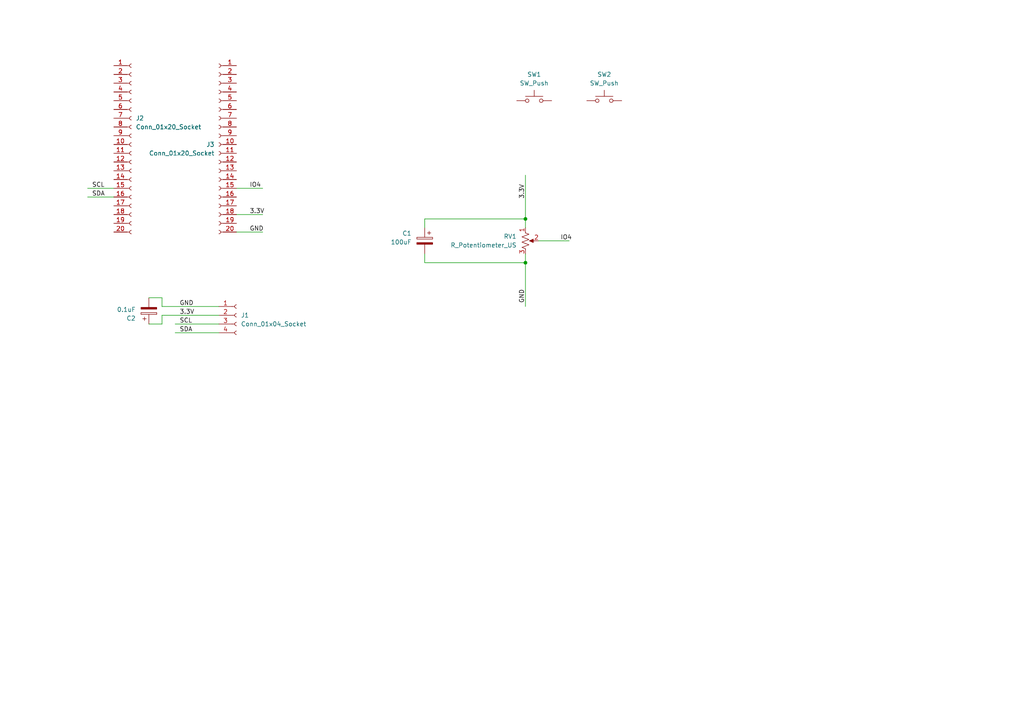
<source format=kicad_sch>
(kicad_sch (version 20231120) (generator "eeschema") (generator_version "8.0")
  (paper "A4")
  (title_block (title "Digital Clock") (date "2026-01-26"))
  (lib_symbols
    (symbol "Connector:Conn_01x04_Socket" (pin_names (offset 1.016) hide)
      (property "Reference" "J" (at 0 5.08 0))
      (property "Value" "Conn_01x04_Socket" (at 0 -7.62 0))
      (symbol "Conn_01x04_Socket_1_1"
        (arc (start 0 -4.572) (mid -0.5058 -5.08) (end 0 -5.588) (stroke (width 0.1524)))
        (arc (start 0 -2.032) (mid -0.5058 -2.54) (end 0 -3.048) (stroke (width 0.1524)))
        (polyline (pts (xy -1.27 -5.08) (xy -0.508 -5.08)) (stroke (width 0.1524)))
        (polyline (pts (xy -1.27 -2.54) (xy -0.508 -2.54)) (stroke (width 0.1524)))
        (polyline (pts (xy -1.27 0) (xy -0.508 0)) (stroke (width 0.1524)))
        (polyline (pts (xy -1.27 2.54) (xy -0.508 2.54)) (stroke (width 0.1524)))
        (arc (start 0 0.508) (mid -0.5058 0) (end 0 -0.508) (stroke (width 0.1524)))
        (arc (start 0 3.048) (mid -0.5058 2.54) (end 0 2.032) (stroke (width 0.1524)))
        (pin passive line (at -5.08 2.54 0) (length 3.81) (name "Pin_1") (number "1"))
        (pin passive line (at -5.08 0 0) (length 3.81) (name "Pin_2") (number "2"))
        (pin passive line (at -5.08 -2.54 0) (length 3.81) (name "Pin_3") (number "3"))
        (pin passive line (at -5.08 -5.08 0) (length 3.81) (name "Pin_4") (number "4"))
      )
    )
    (symbol "Connector:Conn_01x20_Socket" (pin_names (offset 1.016) hide)
      (property "Reference" "J" (at 0 25.4 0))
      (property "Value" "Conn_01x20_Socket" (at 0 -27.94 0))
      (symbol "Conn_01x20_Socket_1_1"
        (arc (start 0 -24.892) (mid -0.5058 -25.4) (end 0 -25.908) (stroke (width 0.1524)))
        (arc (start 0 -22.352) (mid -0.5058 -22.86) (end 0 -23.368) (stroke (width 0.1524)))
        (arc (start 0 -19.812) (mid -0.5058 -20.32) (end 0 -20.828) (stroke (width 0.1524)))
        (arc (start 0 -17.272) (mid -0.5058 -17.78) (end 0 -18.288) (stroke (width 0.1524)))
        (arc (start 0 -14.732) (mid -0.5058 -15.24) (end 0 -15.748) (stroke (width 0.1524)))
        (arc (start 0 -12.192) (mid -0.5058 -12.7) (end 0 -13.208) (stroke (width 0.1524)))
        (arc (start 0 -9.652) (mid -0.5058 -10.16) (end 0 -10.668) (stroke (width 0.1524)))
        (arc (start 0 -7.112) (mid -0.5058 -7.62) (end 0 -8.128) (stroke (width 0.1524)))
        (arc (start 0 -4.572) (mid -0.5058 -5.08) (end 0 -5.588) (stroke (width 0.1524)))
        (arc (start 0 -2.032) (mid -0.5058 -2.54) (end 0 -3.048) (stroke (width 0.1524)))
        (polyline (pts (xy -1.27 -25.4) (xy -0.508 -25.4)) (stroke (width 0.1524)))
        (polyline (pts (xy -1.27 -22.86) (xy -0.508 -22.86)) (stroke (width 0.1524)))
        (polyline (pts (xy -1.27 -20.32) (xy -0.508 -20.32)) (stroke (width 0.1524)))
        (polyline (pts (xy -1.27 -17.78) (xy -0.508 -17.78)) (stroke (width 0.1524)))
        (polyline (pts (xy -1.27 -15.24) (xy -0.508 -15.24)) (stroke (width 0.1524)))
        (polyline (pts (xy -1.27 -12.7) (xy -0.508 -12.7)) (stroke (width 0.1524)))
        (polyline (pts (xy -1.27 -10.16) (xy -0.508 -10.16)) (stroke (width 0.1524)))
        (polyline (pts (xy -1.27 -7.62) (xy -0.508 -7.62)) (stroke (width 0.1524)))
        (polyline (pts (xy -1.27 -5.08) (xy -0.508 -5.08)) (stroke (width 0.1524)))
        (polyline (pts (xy -1.27 -2.54) (xy -0.508 -2.54)) (stroke (width 0.1524)))
        (polyline (pts (xy -1.27 0) (xy -0.508 0)) (stroke (width 0.1524)))
        (polyline (pts (xy -1.27 2.54) (xy -0.508 2.54)) (stroke (width 0.1524)))
        (polyline (pts (xy -1.27 5.08) (xy -0.508 5.08)) (stroke (width 0.1524)))
        (polyline (pts (xy -1.27 7.62) (xy -0.508 7.62)) (stroke (width 0.1524)))
        (polyline (pts (xy -1.27 10.16) (xy -0.508 10.16)) (stroke (width 0.1524)))
        (polyline (pts (xy -1.27 12.7) (xy -0.508 12.7)) (stroke (width 0.1524)))
        (polyline (pts (xy -1.27 15.24) (xy -0.508 15.24)) (stroke (width 0.1524)))
        (polyline (pts (xy -1.27 17.78) (xy -0.508 17.78)) (stroke (width 0.1524)))
        (polyline (pts (xy -1.27 20.32) (xy -0.508 20.32)) (stroke (width 0.1524)))
        (polyline (pts (xy -1.27 22.86) (xy -0.508 22.86)) (stroke (width 0.1524)))
        (arc (start 0 0.508) (mid -0.5058 0) (end 0 -0.508) (stroke (width 0.1524)))
        (arc (start 0 3.048) (mid -0.5058 2.54) (end 0 2.032) (stroke (width 0.1524)))
        (arc (start 0 5.588) (mid -0.5058 5.08) (end 0 4.572) (stroke (width 0.1524)))
        (arc (start 0 8.128) (mid -0.5058 7.62) (end 0 7.112) (stroke (width 0.1524)))
        (arc (start 0 10.668) (mid -0.5058 10.16) (end 0 9.652) (stroke (width 0.1524)))
        (arc (start 0 13.208) (mid -0.5058 12.7) (end 0 12.192) (stroke (width 0.1524)))
        (arc (start 0 15.748) (mid -0.5058 15.24) (end 0 14.732) (stroke (width 0.1524)))
        (arc (start 0 18.288) (mid -0.5058 17.78) (end 0 17.272) (stroke (width 0.1524)))
        (arc (start 0 20.828) (mid -0.5058 20.32) (end 0 19.812) (stroke (width 0.1524)))
        (arc (start 0 23.368) (mid -0.5058 22.86) (end 0 22.352) (stroke (width 0.1524)))
        (pin passive line (at -5.08 22.86 0) (length 3.81) (name "Pin_1") (number "1"))
        (pin passive line (at -5.08 0 0) (length 3.81) (name "Pin_10") (number "10"))
        (pin passive line (at -5.08 -2.54 0) (length 3.81) (name "Pin_11") (number "11"))
        (pin passive line (at -5.08 -5.08 0) (length 3.81) (name "Pin_12") (number "12"))
        (pin passive line (at -5.08 -7.62 0) (length 3.81) (name "Pin_13") (number "13"))
        (pin passive line (at -5.08 -10.16 0) (length 3.81) (name "Pin_14") (number "14"))
        (pin passive line (at -5.08 -12.7 0) (length 3.81) (name "Pin_15") (number "15"))
        (pin passive line (at -5.08 -15.24 0) (length 3.81) (name "Pin_16") (number "16"))
        (pin passive line (at -5.08 -17.78 0) (length 3.81) (name "Pin_17") (number "17"))
        (pin passive line (at -5.08 -20.32 0) (length 3.81) (name "Pin_18") (number "18"))
        (pin passive line (at -5.08 -22.86 0) (length 3.81) (name "Pin_19") (number "19"))
        (pin passive line (at -5.08 20.32 0) (length 3.81) (name "Pin_2") (number "2"))
        (pin passive line (at -5.08 -25.4 0) (length 3.81) (name "Pin_20") (number "20"))
        (pin passive line (at -5.08 17.78 0) (length 3.81) (name "Pin_3") (number "3"))
        (pin passive line (at -5.08 15.24 0) (length 3.81) (name "Pin_4") (number "4"))
        (pin passive line (at -5.08 12.7 0) (length 3.81) (name "Pin_5") (number "5"))
        (pin passive line (at -5.08 10.16 0) (length 3.81) (name "Pin_6") (number "6"))
        (pin passive line (at -5.08 7.62 0) (length 3.81) (name "Pin_7") (number "7"))
        (pin passive line (at -5.08 5.08 0) (length 3.81) (name "Pin_8") (number "8"))
        (pin passive line (at -5.08 2.54 0) (length 3.81) (name "Pin_9") (number "9"))
      )
    )
    (symbol "Device:C_Polarized" (pin_numbers hide) (pin_names (offset 0.254))
      (property "Reference" "C" (at 0.635 2.54 0))
      (property "Value" "C_Polarized" (at 0.635 -2.54 0))
      (symbol "C_Polarized_0_1"
        (rectangle (start -2.286 0.508) (end 2.286 1.016))
        (polyline (pts (xy -1.778 2.286) (xy -0.762 2.286)))
        (polyline (pts (xy -1.27 2.794) (xy -1.27 1.778)))
        (rectangle (start 2.286 -0.508) (end -2.286 -1.016) (fill (type outline)))
      )
      (symbol "C_Polarized_1_1"
        (pin passive line (at 0 3.81 270) (length 2.794) (name "~") (number "1"))
        (pin passive line (at 0 -3.81 90) (length 2.794) (name "~") (number "2"))
      )
    )
    (symbol "Device:R_Potentiometer_US" (pin_names (offset 1.016) hide)
      (property "Reference" "RV" (at -4.445 0 90))
      (property "Value" "R_Potentiometer_US" (at -2.54 0 90))
      (symbol "R_Potentiometer_US_0_1"
        (polyline (pts (xy 0 -2.286) (xy 0 -2.54)))
        (polyline (pts (xy 0 2.54) (xy 0 2.286)))
        (polyline (pts (xy 2.54 0) (xy 1.524 0)))
        (polyline (pts (xy 1.143 0) (xy 2.286 0.508) (xy 2.286 -0.508) (xy 1.143 0)) (fill (type outline)))
        (polyline (pts (xy 0 -0.762) (xy 1.016 -1.143) (xy 0 -1.524) (xy -1.016 -1.905) (xy 0 -2.286)))
        (polyline (pts (xy 0 0.762) (xy 1.016 0.381) (xy 0 0) (xy -1.016 -0.381) (xy 0 -0.762)))
        (polyline (pts (xy 0 2.286) (xy 1.016 1.905) (xy 0 1.524) (xy -1.016 1.143) (xy 0 0.762)))
      )
      (symbol "R_Potentiometer_US_1_1"
        (pin passive line (at 0 3.81 270) (length 1.27) (name "1") (number "1"))
        (pin passive line (at 3.81 0 180) (length 1.27) (name "2") (number "2"))
        (pin passive line (at 0 -3.81 90) (length 1.27) (name "3") (number "3"))
      )
    )
    (symbol "Switch:SW_Push" (pin_numbers hide) (pin_names (offset 1.016) hide)
      (property "Reference" "SW" (at 1.27 2.54 0))
      (property "Value" "SW_Push" (at 0 -1.524 0))
      (symbol "SW_Push_0_1"
        (circle (center -2.032 0) (radius 0.508))
        (polyline (pts (xy 0 1.27) (xy 0 3.048)))
        (polyline (pts (xy 2.54 1.27) (xy -2.54 1.27)))
        (circle (center 2.032 0) (radius 0.508))
        (pin passive line (at -5.08 0 0) (length 2.54) (name "1") (number "1"))
        (pin passive line (at 5.08 0 180) (length 2.54) (name "2") (number "2"))
      )
    )
  )
  (junction (at 152.4 76.2))
  (junction (at 152.4 63.5))
  (wire (pts (xy 46.99 93.98) (xy 46.99 91.44)))
  (wire (pts (xy 123.19 66.04) (xy 123.19 63.5)))
  (wire (pts (xy 68.58 62.23) (xy 76.2 62.23)))
  (wire (pts (xy 123.19 76.2) (xy 152.4 76.2)))
  (wire (pts (xy 43.18 86.36) (xy 46.99 86.36)))
  (wire (pts (xy 43.18 93.98) (xy 46.99 93.98)))
  (wire (pts (xy 25.4 57.15) (xy 33.02 57.15)))
  (wire (pts (xy 68.58 67.31) (xy 76.2 67.31)))
  (wire (pts (xy 152.4 50.8) (xy 152.4 63.5)))
  (wire (pts (xy 152.4 63.5) (xy 152.4 66.04)))
  (wire (pts (xy 46.99 88.9) (xy 63.5 88.9)))
  (wire (pts (xy 152.4 73.66) (xy 152.4 76.2)))
  (wire (pts (xy 46.99 86.36) (xy 46.99 88.9)))
  (wire (pts (xy 123.19 63.5) (xy 152.4 63.5)))
  (wire (pts (xy 50.8 96.52) (xy 63.5 96.52)))
  (wire (pts (xy 25.4 54.61) (xy 33.02 54.61)))
  (wire (pts (xy 152.4 76.2) (xy 152.4 88.9)))
  (wire (pts (xy 50.8 93.98) (xy 63.5 93.98)))
  (wire (pts (xy 46.99 91.44) (xy 63.5 91.44)))
  (wire (pts (xy 156.21 69.85) (xy 165.1 69.85)))
  (wire (pts (xy 123.19 73.66) (xy 123.19 76.2)))
  (wire (pts (xy 68.58 54.61) (xy 76.2 54.61)))
  (label "GND" (at 52.07 88.9 0))
  (label "IO4" (at 162.56 69.85 0))
  (label "SCL" (at 52.07 93.98 0))
  (label "3.3V" (at 152.4 53.34 270))
  (label "SDA" (at 26.67 57.15 0))
  (label "GND" (at 152.4 83.82 270))
  (label "SDA" (at 52.07 96.52 0))
  (label "3.3V" (at 72.39 62.23 0))
  (label "GND" (at 72.39 67.31 0))
  (label "SCL" (at 26.67 54.61 0))
  (label "IO4" (at 72.39 54.61 0))
  (label "3.3V" (at 52.07 91.44 0))
  (symbol (lib_id "Device:C_Polarized") (at 123.19 69.85 0) (mirror y) (unit 1)
    (property "Reference" "C1" (at 119.38 67.6909 0) (effects (justify left)))
    (property "Value" "100uF" (at 119.38 70.2309 0) (effects (justify left)))
    (property "Description" "Polarized capacitor" (effects (hide yes)))
  )
  (symbol (lib_id "Device:C_Polarized") (at 43.18 90.17 0) (mirror x) (unit 1)
    (property "Reference" "C2" (at 39.37 92.3291 0) (effects (justify right)))
    (property "Value" "0.1uF" (at 39.37 89.7891 0) (effects (justify right)))
    (property "Description" "Polarized capacitor" (effects (hide yes)))
  )
  (symbol (lib_id "Connector:Conn_01x20_Socket") (at 38.1 41.91 0) (unit 1)
    (property "Reference" "J2" (at 39.37 34.29 0) (effects (justify left)))
    (property "Value" "Conn_01x20_Socket" (at 39.37 36.83 0) (effects (justify left)))
    (property "Description" "Generic connector, single row, 01x20, script generated" (effects (hide yes)))
  )
  (symbol (lib_id "Switch:SW_Push") (at 154.94 29.21 0) (unit 1)
    (property "Reference" "SW1" (at 154.94 21.59 0))
    (property "Value" "SW_Push" (at 154.94 24.13 0))
    (property "Description" "Push button switch, generic, two pins" (effects (hide yes)))
  )
  (symbol (lib_id "Connector:Conn_01x04_Socket") (at 68.58 91.44 0) (unit 1)
    (property "Reference" "J1" (at 69.85 91.4399 0) (effects (justify left)))
    (property "Value" "Conn_01x04_Socket" (at 69.85 93.9799 0) (effects (justify left)))
    (property "Description" "Generic connector, single row, 01x04, script generated" (effects (hide yes)))
  )
  (symbol (lib_id "Switch:SW_Push") (at 175.26 29.21 0) (unit 1)
    (property "Reference" "SW2" (at 175.26 21.59 0))
    (property "Value" "SW_Push" (at 175.26 24.13 0))
    (property "Description" "Push button switch, generic, two pins" (effects (hide yes)))
  )
  (symbol (lib_id "Connector:Conn_01x20_Socket") (at 63.5 41.91 0) (mirror y) (unit 1)
    (property "Reference" "J3" (at 62.23 41.9099 0) (effects (justify left)))
    (property "Value" "Conn_01x20_Socket" (at 62.23 44.4499 0) (effects (justify left)))
    (property "Description" "Generic connector, single row, 01x20, script generated" (effects (hide yes)))
  )
  (symbol (lib_id "Device:R_Potentiometer_US") (at 152.4 69.85 0) (unit 1)
    (property "Reference" "RV1" (at 149.86 68.5799 0) (effects (justify right)))
    (property "Value" "R_Potentiometer_US" (at 149.86 71.1199 0) (effects (justify right)))
    (property "Description" "Potentiometer, US symbol" (effects (hide yes)))
  )
)
</source>
